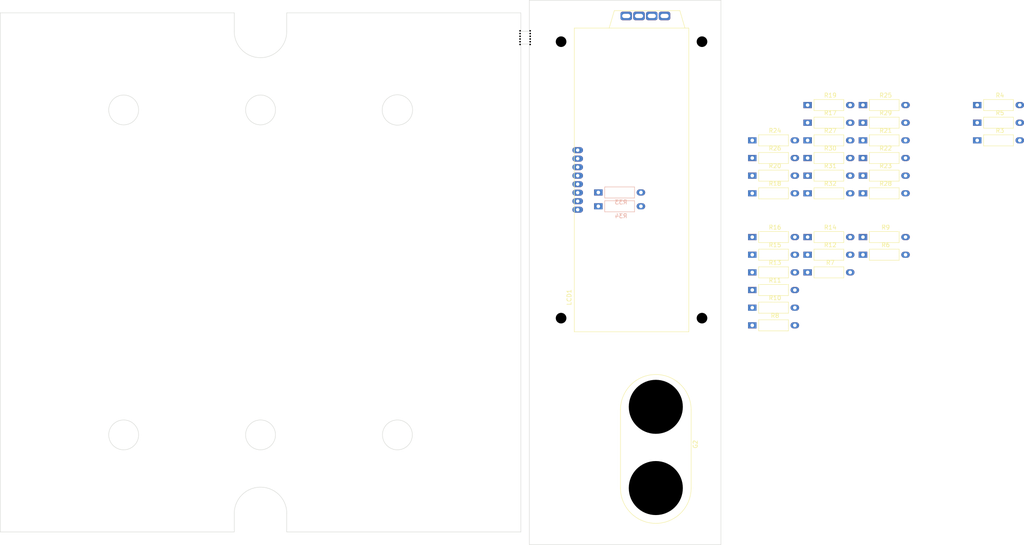
<source format=kicad_pcb>
(kicad_pcb (version 20211014) (generator pcbnew)
  (layers (0 "F.Cu" signal) (31 "B.Cu" signal) (34 "B.Paste" user) (35 "F.Paste" user) (36 "B.SilkS" user "B.Silkscreen") (37 "F.SilkS" user "F.Silkscreen") (38 "B.Mask" user) (39 "F.Mask" user) (44 "Edge.Cuts" user))
  (net 0 "")
  (net 1 "/Interface/DISPLAY_RST")
  (net 2 "/Interface/DISPLAY_SCL")
  (net 3 "/Interface/DISPLAY_SDA")
  (net 4 "GND")
  (net 5 "+3V3")
  (net 6 "/Interface/DISPLAY_VOUT")
  (net 7 "/Interface/DISPLAY_C1+")
  (net 8 "/Interface/DISPLAY_C1-")
  (net 13 "/SwitchingPowerPath/DPOT_CS")
  (net 14 "Net-(R4-Pad1)")
  (net 15 "/SwitchingPowerPath/CHARGE_OSC_CTRL")
  (net 16 "Net-(C12-Pad1)")
  (net 17 "Net-(R10-Pad2)")
  (net 18 "-3V3")
  (net 19 "Net-(R16-Pad2)")
  (net 20 "Net-(ENC1-Pad1)")
  (net 21 "Net-(C13-Pad1)")
  (net 22 "Net-(ENC2-Pad1)")
  (net 23 "Net-(C14-Pad1)")
  (net 24 "Net-(R21-Pad1)")
  (net 25 "Net-(R22-Pad1)")
  (net 26 "Net-(R23-Pad1)")
  (net 27 "Net-(ENC1-Pad3)")
  (net 28 "Net-(ENC2-Pad3)")
  (net 29 "Net-(C15-Pad1)")
  (net 30 "Net-(C16-Pad1)")
  (net 31 "Net-(R28-Pad1)")
  (net 32 "Net-(D2-PadA)")
  (net 33 "+5V")
  (net 34 "Net-(D3-PadA)")
  (net 35 "Net-(D4-PadA)")
  (net 36 "Net-(D5-PadA)")
  (footprint "master-vampire:R_AXIAL_L7mm_D2.6mm_P10mm_Horizontal" (layer "F.Cu") (at 222.66 86.79)
    (fp_text reference "R13" (at 5.334 -2.286) (layer "F.SilkS"))
    (fp_text value "R")
    (fp_line (start 8.5 -1.3) (end 8.5 1.3) (layer "F.SilkS") (width 0.12))
    (fp_line (start 1.5 -1.3) (end 1.5 1.3) (layer "F.SilkS") (width 0.12))
    (fp_line (start 1.5 1.3) (end 8.5 1.3) (layer "F.SilkS") (width 0.12))
    (fp_line (start 1.5 -1.3) (end 8.5 -1.3) (layer "F.SilkS") (width 0.12))
    (pad "1" thru_hole rect (at 0 0) (size 2 1.44) (drill 0.84) (layers *.Cu *.Mask) (net 16 "Net-(C12-Pad1)"))
    (pad "2" thru_hole oval (at 10 0) (size 2 1.44) (drill 0.84) (layers *.Cu *.Mask) (net 17 "Net-(R10-Pad2)"))
  )
  (footprint "master-vampire:R_AXIAL_L7mm_D2.6mm_P10mm_Horizontal" (layer "F.Cu") (at 248.66 64.05)
    (fp_text reference "R23" (at 5.334 -2.286) (layer "F.SilkS"))
    (fp_text value "R")
    (fp_line (start 1.5 1.3) (end 8.5 1.3) (layer "F.SilkS") (width 0.12))
    (fp_line (start 1.5 -1.3) (end 1.5 1.3) (layer "F.SilkS") (width 0.12))
    (fp_line (start 1.5 -1.3) (end 8.5 -1.3) (layer "F.SilkS") (width 0.12))
    (fp_line (start 8.5 -1.3) (end 8.5 1.3) (layer "F.SilkS") (width 0.12))
    (pad "1" thru_hole rect (at 0 0) (size 2 1.44) (drill 0.84) (layers *.Cu *.Mask) (net 26 "Net-(R23-Pad1)"))
    (pad "2" thru_hole oval (at 10 0) (size 2 1.44) (drill 0.84) (layers *.Cu *.Mask) (net 5 "+3V3"))
  )
  (footprint "master-vampire:R_AXIAL_L7mm_D2.6mm_P10mm_Horizontal" (layer "F.Cu") (at 235.66 51.6)
    (fp_text reference "R17" (at 5.334 -2.286) (layer "F.SilkS"))
    (fp_text value "R")
    (fp_line (start 8.5 -1.3) (end 8.5 1.3) (layer "F.SilkS") (width 0.12))
    (fp_line (start 1.5 -1.3) (end 8.5 -1.3) (layer "F.SilkS") (width 0.12))
    (fp_line (start 1.5 -1.3) (end 1.5 1.3) (layer "F.SilkS") (width 0.12))
    (fp_line (start 1.5 1.3) (end 8.5 1.3) (layer "F.SilkS") (width 0.12))
    (pad "1" thru_hole rect (at 0 0) (size 2 1.44) (drill 0.84) (layers *.Cu *.Mask) (net 20 "Net-(ENC1-Pad1)"))
    (pad "2" thru_hole oval (at 10 0) (size 2 1.44) (drill 0.84) (layers *.Cu *.Mask) (net 21 "Net-(C13-Pad1)"))
  )
  (footprint "master-vampire:R_AXIAL_L7mm_D2.6mm_P10mm_Horizontal" (layer "F.Cu") (at 248.66 68.2)
    (fp_text reference "R28" (at 5.334 -2.286) (layer "F.SilkS"))
    (fp_text value "R")
    (fp_line (start 1.5 1.3) (end 8.5 1.3) (layer "F.SilkS") (width 0.12))
    (fp_line (start 8.5 -1.3) (end 8.5 1.3) (layer "F.SilkS") (width 0.12))
    (fp_line (start 1.5 -1.3) (end 1.5 1.3) (layer "F.SilkS") (width 0.12))
    (fp_line (start 1.5 -1.3) (end 8.5 -1.3) (layer "F.SilkS") (width 0.12))
    (pad "1" thru_hole rect (at 0 0) (size 2 1.44) (drill 0.84) (layers *.Cu *.Mask) (net 31 "Net-(R28-Pad1)"))
    (pad "2" thru_hole oval (at 10 0) (size 2 1.44) (drill 0.84) (layers *.Cu *.Mask) (net 5 "+3V3"))
  )
  (footprint "master-vampire:R_AXIAL_L7mm_D2.6mm_P10mm_Horizontal" (layer "F.Cu") (at 222.66 68.2)
    (fp_text reference "R18" (at 5.334 -2.286) (layer "F.SilkS"))
    (fp_text value "R")
    (fp_line (start 1.5 -1.3) (end 8.5 -1.3) (layer "F.SilkS") (width 0.12))
    (fp_line (start 1.5 -1.3) (end 1.5 1.3) (layer "F.SilkS") (width 0.12))
    (fp_line (start 8.5 -1.3) (end 8.5 1.3) (layer "F.SilkS") (width 0.12))
    (fp_line (start 1.5 1.3) (end 8.5 1.3) (layer "F.SilkS") (width 0.12))
    (pad "1" thru_hole rect (at 0 0) (size 2 1.44) (drill 0.84) (layers *.Cu *.Mask) (net 22 "Net-(ENC2-Pad1)"))
    (pad "2" thru_hole oval (at 10 0) (size 2 1.44) (drill 0.84) (layers *.Cu *.Mask) (net 23 "Net-(C14-Pad1)"))
  )
  (footprint "master-vampire:R_AXIAL_L7mm_D2.6mm_P10mm_Horizontal" (layer "F.Cu") (at 248.66 47.45)
    (fp_text reference "R25" (at 5.334 -2.286) (layer "F.SilkS"))
    (fp_text value "R")
    (fp_line (start 8.5 -1.3) (end 8.5 1.3) (layer "F.SilkS") (width 0.12))
    (fp_line (start 1.5 -1.3) (end 8.5 -1.3) (layer "F.SilkS") (width 0.12))
    (fp_line (start 1.5 -1.3) (end 1.5 1.3) (layer "F.SilkS") (width 0.12))
    (fp_line (start 1.5 1.3) (end 8.5 1.3) (layer "F.SilkS") (width 0.12))
    (pad "1" thru_hole rect (at 0 0) (size 2 1.44) (drill 0.84) (layers *.Cu *.Mask) (net 28 "Net-(ENC2-Pad3)"))
    (pad "2" thru_hole oval (at 10 0) (size 2 1.44) (drill 0.84) (layers *.Cu *.Mask) (net 5 "+3V3"))
  )
  (footprint "master-vampire:R_AXIAL_L7mm_D2.6mm_P10mm_Horizontal" (layer "F.Cu") (at 222.66 55.75)
    (fp_text reference "R24" (at 5.334 -2.286) (layer "F.SilkS"))
    (fp_text value "R")
    (fp_line (start 1.5 1.3) (end 8.5 1.3) (layer "F.SilkS") (width 0.12))
    (fp_line (start 8.5 -1.3) (end 8.5 1.3) (layer "F.SilkS") (width 0.12))
    (fp_line (start 1.5 -1.3) (end 1.5 1.3) (layer "F.SilkS") (width 0.12))
    (fp_line (start 1.5 -1.3) (end 8.5 -1.3) (layer "F.SilkS") (width 0.12))
    (pad "1" thru_hole rect (at 0 0) (size 2 1.44) (drill 0.84) (layers *.Cu *.Mask) (net 27 "Net-(ENC1-Pad3)"))
    (pad "2" thru_hole oval (at 10 0) (size 2 1.44) (drill 0.84) (layers *.Cu *.Mask) (net 5 "+3V3"))
  )
  (footprint "master-vampire:R_AXIAL_L7mm_D2.6mm_P10mm_Horizontal" (layer "F.Cu") (at 275.5 51.6)
    (fp_text reference "R5" (at 5.334 -2.286) (layer "F.SilkS"))
    (fp_text value "R")
    (fp_line (start 1.5 -1.3) (end 1.5 1.3) (layer "F.SilkS") (width 0.12))
    (fp_line (start 1.5 -1.3) (end 8.5 -1.3) (layer "F.SilkS") (width 0.12))
    (fp_line (start 1.5 1.3) (end 8.5 1.3) (layer "F.SilkS") (width 0.12))
    (fp_line (start 8.5 -1.3) (end 8.5 1.3) (layer "F.SilkS") (width 0.12))
    (pad "1" thru_hole rect (at 0 0) (size 2 1.44) (drill 0.84) (layers *.Cu *.Mask) (net 14 "Net-(R4-Pad1)"))
    (pad "2" thru_hole oval (at 10 0) (size 2 1.44) (drill 0.84) (layers *.Cu *.Mask) (net 5 "+3V3"))
  )
  (footprint "master-vampire:R_AXIAL_L7mm_D2.6mm_P10mm_Horizontal" (layer "F.Cu") (at 222.66 99.24)
    (fp_text reference "R8" (at 5.334 -2.286) (layer "F.SilkS"))
    (fp_text value "R")
    (fp_line (start 1.5 -1.3) (end 1.5 1.3) (layer "F.SilkS") (width 0.12))
    (fp_line (start 1.5 -1.3) (end 8.5 -1.3) (layer "F.SilkS") (width 0.12))
    (fp_line (start 8.5 -1.3) (end 8.5 1.3) (layer "F.SilkS") (width 0.12))
    (fp_line (start 1.5 1.3) (end 8.5 1.3) (layer "F.SilkS") (width 0.12))
    (pad "1" thru_hole rect (at 0 0) (size 2 1.44) (drill 0.84) (layers *.Cu *.Mask) (net 16 "Net-(C12-Pad1)"))
    (pad "2" thru_hole oval (at 10 0) (size 2 1.44) (drill 0.84) (layers *.Cu *.Mask) (net 17 "Net-(R10-Pad2)"))
  )
  (footprint "master-vampire:R_AXIAL_L7mm_D2.6mm_P10mm_Horizontal" (layer "F.Cu") (at 248.66 55.75)
    (fp_text reference "R21" (at 5.334 -2.286) (layer "F.SilkS"))
    (fp_text value "R")
    (fp_line (start 1.5 1.3) (end 8.5 1.3) (layer "F.SilkS") (width 0.12))
    (fp_line (start 1.5 -1.3) (end 1.5 1.3) (layer "F.SilkS") (width 0.12))
    (fp_line (start 8.5 -1.3) (end 8.5 1.3) (layer "F.SilkS") (width 0.12))
    (fp_line (start 1.5 -1.3) (end 8.5 -1.3) (layer "F.SilkS") (width 0.12))
    (pad "1" thru_hole rect (at 0 0) (size 2 1.44) (drill 0.84) (layers *.Cu *.Mask) (net 24 "Net-(R21-Pad1)"))
    (pad "2" thru_hole oval (at 10 0) (size 2 1.44) (drill 0.84) (layers *.Cu *.Mask) (net 5 "+3V3"))
  )
  (footprint "master-vampire:R_AXIAL_L7mm_D2.6mm_P10mm_Horizontal" (layer "F.Cu") (at 222.66 95.09)
    (fp_text reference "R10" (at 5.334 -2.286) (layer "F.SilkS"))
    (fp_text value "R")
    (fp_line (start 1.5 -1.3) (end 1.5 1.3) (layer "F.SilkS") (width 0.12))
    (fp_line (start 1.5 1.3) (end 8.5 1.3) (layer "F.SilkS") (width 0.12))
    (fp_line (start 1.5 -1.3) (end 8.5 -1.3) (layer "F.SilkS") (width 0.12))
    (fp_line (start 8.5 -1.3) (end 8.5 1.3) (layer "F.SilkS") (width 0.12))
    (pad "1" thru_hole rect (at 0 0) (size 2 1.44) (drill 0.84) (layers *.Cu *.Mask) (net 16 "Net-(C12-Pad1)"))
    (pad "2" thru_hole oval (at 10 0) (size 2 1.44) (drill 0.84) (layers *.Cu *.Mask) (net 17 "Net-(R10-Pad2)"))
  )
  (footprint "master-vampire:R_AXIAL_L7mm_D2.6mm_P10mm_Horizontal" (layer "F.Cu") (at 235.66 82.64)
    (fp_text reference "R12" (at 5.334 -2.286) (layer "F.SilkS"))
    (fp_text value "R")
    (fp_line (start 1.5 1.3) (end 8.5 1.3) (layer "F.SilkS") (width 0.12))
    (fp_line (start 1.5 -1.3) (end 8.5 -1.3) (layer "F.SilkS") (width 0.12))
    (fp_line (start 8.5 -1.3) (end 8.5 1.3) (layer "F.SilkS") (width 0.12))
    (fp_line (start 1.5 -1.3) (end 1.5 1.3) (layer "F.SilkS") (width 0.12))
    (pad "1" thru_hole rect (at 0 0) (size 2 1.44) (drill 0.84) (layers *.Cu *.Mask) (net 16 "Net-(C12-Pad1)"))
    (pad "2" thru_hole oval (at 10 0) (size 2 1.44) (drill 0.84) (layers *.Cu *.Mask) (net 17 "Net-(R10-Pad2)"))
  )
  (footprint "master-vampire:R_AXIAL_L7mm_D2.6mm_P10mm_Horizontal" (layer "F.Cu") (at 248.66 51.6)
    (fp_text reference "R29" (at 5.334 -2.286) (layer "F.SilkS"))
    (fp_text value "R")
    (fp_line (start 1.5 1.3) (end 8.5 1.3) (layer "F.SilkS") (width 0.12))
    (fp_line (start 8.5 -1.3) (end 8.5 1.3) (layer "F.SilkS") (width 0.12))
    (fp_line (start 1.5 -1.3) (end 1.5 1.3) (layer "F.SilkS") (width 0.12))
    (fp_line (start 1.5 -1.3) (end 8.5 -1.3) (layer "F.SilkS") (width 0.12))
    (pad "1" thru_hole rect (at 0 0) (size 2 1.44) (drill 0.84) (layers *.Cu *.Mask) (net 32 "Net-(D2-PadA)"))
    (pad "2" thru_hole oval (at 10 0) (size 2 1.44) (drill 0.84) (layers *.Cu *.Mask) (net 33 "+5V"))
  )
  (footprint "master-vampire:R_AXIAL_L7mm_D2.6mm_P10mm_Horizontal" (layer "F.Cu") (at 235.66 86.79)
    (fp_text reference "R7" (at 5.334 -2.286) (layer "F.SilkS"))
    (fp_text value "R")
    (fp_line (start 1.5 1.3) (end 8.5 1.3) (layer "F.SilkS") (width 0.12))
    (fp_line (start 1.5 -1.3) (end 1.5 1.3) (layer "F.SilkS") (width 0.12))
    (fp_line (start 8.5 -1.3) (end 8.5 1.3) (layer "F.SilkS") (width 0.12))
    (fp_line (start 1.5 -1.3) (end 8.5 -1.3) (layer "F.SilkS") (width 0.12))
    (pad "1" thru_hole rect (at 0 0) (size 2 1.44) (drill 0.84) (layers *.Cu *.Mask) (net 16 "Net-(C12-Pad1)"))
    (pad "2" thru_hole oval (at 10 0) (size 2 1.44) (drill 0.84) (layers *.Cu *.Mask) (net 17 "Net-(R10-Pad2)"))
  )
  (footprint "master-vampire:R_AXIAL_L7mm_D2.6mm_P10mm_Horizontal" (layer "F.Cu") (at 222.66 64.05)
    (fp_text reference "R20" (at 5.334 -2.286) (layer "F.SilkS"))
    (fp_text value "R")
    (fp_line (start 1.5 -1.3) (end 8.5 -1.3) (layer "F.SilkS") (width 0.12))
    (fp_line (start 8.5 -1.3) (end 8.5 1.3) (layer "F.SilkS") (width 0.12))
    (fp_line (start 1.5 -1.3) (end 1.5 1.3) (layer "F.SilkS") (width 0.12))
    (fp_line (start 1.5 1.3) (end 8.5 1.3) (layer "F.SilkS") (width 0.12))
    (pad "1" thru_hole rect (at 0 0) (size 2 1.44) (drill 0.84) (layers *.Cu *.Mask) (net 22 "Net-(ENC2-Pad1)"))
    (pad "2" thru_hole oval (at 10 0) (size 2 1.44) (drill 0.84) (layers *.Cu *.Mask) (net 5 "+3V3"))
  )
  (footprint "master-vampire:R_AXIAL_L7mm_D2.6mm_P10mm_Horizontal" (layer "F.Cu") (at 235.66 47.45)
    (fp_text reference "R19" (at 5.334 -2.286) (layer "F.SilkS"))
    (fp_text value "R")
    (fp_line (start 1.5 -1.3) (end 8.5 -1.3) (layer "F.SilkS") (width 0.12))
    (fp_line (start 1.5 -1.3) (end 1.5 1.3) (layer "F.SilkS") (width 0.12))
    (fp_line (start 1.5 1.3) (end 8.5 1.3) (layer "F.SilkS") (width 0.12))
    (fp_line (start 8.5 -1.3) (end 8.5 1.3) (layer "F.SilkS") (width 0.12))
    (pad "1" thru_hole rect (at 0 0) (size 2 1.44) (drill 0.84) (layers *.Cu *.Mask) (net 20 "Net-(ENC1-Pad1)"))
    (pad "2" thru_hole oval (at 10 0) (size 2 1.44) (drill 0.84) (layers *.Cu *.Mask) (net 5 "+3V3"))
  )
  (footprint "master-vampire:R_AXIAL_L7mm_D2.6mm_P10mm_Horizontal" (layer "F.Cu") (at 222.66 78.49)
    (fp_text reference "R16" (at 5.334 -2.286) (layer "F.SilkS"))
    (fp_text value "R")
    (fp_line (start 1.5 -1.3) (end 1.5 1.3) (layer "F.SilkS") (width 0.12))
    (fp_line (start 8.5 -1.3) (end 8.5 1.3) (layer "F.SilkS") (width 0.12))
    (fp_line (start 1.5 -1.3) (end 8.5 -1.3) (layer "F.SilkS") (width 0.12))
    (fp_line (start 1.5 1.3) (end 8.5 1.3) (layer "F.SilkS") (width 0.12))
    (pad "1" thru_hole rect (at 0 0) (size 2 1.44) (drill 0.84) (layers *.Cu *.Mask) (net 18 "-3V3"))
    (pad "2" thru_hole oval (at 10 0) (size 2 1.44) (drill 0.84) (layers *.Cu *.Mask) (net 19 "Net-(R16-Pad2)"))
  )
  (footprint "master-vampire:MOUSEBITE_3mm_MechApp" (layer "F.Cu") (at 170.49 33.2 180)
    (fp_text reference "REF**" hide)
    (fp_text value "MOUSEBITE_3mm_MechApp" hide)
    (pad "" np_thru_hole circle (at 0 1.92 180) (size 0.38 0.38) (drill 0.38) (layers *.Mask))
    (pad "" np_thru_hole circle (at 0 0.64 180) (size 0.38 0.38) (drill 0.38) (layers *.Mask))
    (pad "" np_thru_hole circle (at 0 2.56 180) (size 0.38 0.38) (drill 0.38) (layers *.Mask))
    (pad "" np_thru_hole circle (at 0 1.28 180) (size 0.38 0.38) (drill 0.38) (layers *.Mask))
    (pad "" np_thru_hole circle (at 0 0 180) (size 0.38 0.38) (drill 0.38) (layers *.Mask))
    (pad "" np_thru_hole circle (at 0 3.2 180) (size 0.38 0.38) (drill 0.38) (layers *.Mask))
  )
  (footprint "master-vampire:R_AXIAL_L7mm_D2.6mm_P10mm_Horizontal" (layer "F.Cu") (at 248.66 59.9)
    (fp_text reference "R22" (at 5.334 -2.286) (layer "F.SilkS"))
    (fp_text value "R")
    (fp_line (start 8.5 -1.3) (end 8.5 1.3) (layer "F.SilkS") (width 0.12))
    (fp_line (start 1.5 -1.3) (end 1.5 1.3) (layer "F.SilkS") (width 0.12))
    (fp_line (start 1.5 -1.3) (end 8.5 -1.3) (layer "F.SilkS") (width 0.12))
    (fp_line (start 1.5 1.3) (end 8.5 1.3) (layer "F.SilkS") (width 0.12))
    (pad "1" thru_hole rect (at 0 0) (size 2 1.44) (drill 0.84) (layers *.Cu *.Mask) (net 25 "Net-(R22-Pad1)"))
    (pad "2" thru_hole oval (at 10 0) (size 2 1.44) (drill 0.84) (layers *.Cu *.Mask) (net 5 "+3V3"))
  )
  (footprint "master-vampire:R_AXIAL_L7mm_D2.6mm_P10mm_Horizontal" (layer "F.Cu") (at 235.66 59.9)
    (fp_text reference "R30" (at 5.334 -2.286) (layer "F.SilkS"))
    (fp_text value "R")
    (fp_line (start 1.5 1.3) (end 8.5 1.3) (layer "F.SilkS") (width 0.12))
    (fp_line (start 1.5 -1.3) (end 1.5 1.3) (layer "F.SilkS") (width 0.12))
    (fp_line (start 1.5 -1.3) (end 8.5 -1.3) (layer "F.SilkS") (width 0.12))
    (fp_line (start 8.5 -1.3) (end 8.5 1.3) (layer "F.SilkS") (width 0.12))
    (pad "1" thru_hole rect (at 0 0) (size 2 1.44) (drill 0.84) (layers *.Cu *.Mask) (net 34 "Net-(D3-PadA)"))
    (pad "2" thru_hole oval (at 10 0) (size 2 1.44) (drill 0.84) (layers *.Cu *.Mask) (net 33 "+5V"))
  )
  (footprint "master-vampire:R_AXIAL_L7mm_D2.6mm_P10mm_Horizontal" (layer "F.Cu") (at 222.66 90.94)
    (fp_text reference "R11" (at 5.334 -2.286) (layer "F.SilkS"))
    (fp_text value "R")
    (fp_line (start 1.5 -1.3) (end 8.5 -1.3) (layer "F.SilkS") (width 0.12))
    (fp_line (start 1.5 1.3) (end 8.5 1.3) (layer "F.SilkS") (width 0.12))
    (fp_line (start 1.5 -1.3) (end 1.5 1.3) (layer "F.SilkS") (width 0.12))
    (fp_line (start 8.5 -1.3) (end 8.5 1.3) (layer "F.SilkS") (width 0.12))
    (pad "1" thru_hole rect (at 0 0) (size 2 1.44) (drill 0.84) (layers *.Cu *.Mask) (net 16 "Net-(C12-Pad1)"))
    (pad "2" thru_hole oval (at 10 0) (size 2 1.44) (drill 0.84) (layers *.Cu *.Mask) (net 17 "Net-(R10-Pad2)"))
  )
  (footprint "master-vampire:R_AXIAL_L7mm_D2.6mm_P10mm_Horizontal" (layer "F.Cu") (at 248.66 78.49)
    (fp_text reference "R9" (at 5.334 -2.286) (layer "F.SilkS"))
    (fp_text value "R")
    (fp_line (start 1.5 -1.3) (end 8.5 -1.3) (layer "F.SilkS") (width 0.12))
    (fp_line (start 1.5 1.3) (end 8.5 1.3) (layer "F.SilkS") (width 0.12))
    (fp_line (start 8.5 -1.3) (end 8.5 1.3) (layer "F.SilkS") (width 0.12))
    (fp_line (start 1.5 -1.3) (end 1.5 1.3) (layer "F.SilkS") (width 0.12))
    (pad "1" thru_hole rect (at 0 0) (size 2 1.44) (drill 0.84) (layers *.Cu *.Mask) (net 16 "Net-(C12-Pad1)"))
    (pad "2" thru_hole oval (at 10 0) (size 2 1.44) (drill 0.84) (layers *.Cu *.Mask) (net 17 "Net-(R10-Pad2)"))
  )
  (footprint "master-vampire:R_AXIAL_L7mm_D2.6mm_P10mm_Horizontal" (layer "F.Cu") (at 235.66 68.2)
    (fp_text reference "R32" (at 5.334 -2.286) (layer "F.SilkS"))
    (fp_text value "R")
    (fp_line (start 1.5 1.3) (end 8.5 1.3) (layer "F.SilkS") (width 0.12))
    (fp_line (start 8.5 -1.3) (end 8.5 1.3) (layer "F.SilkS") (width 0.12))
    (fp_line (start 1.5 -1.3) (end 8.5 -1.3) (layer "F.SilkS") (width 0.12))
    (fp_line (start 1.5 -1.3) (end 1.5 1.3) (layer "F.SilkS") (width 0.12))
    (pad "1" thru_hole rect (at 0 0) (size 2 1.44) (drill 0.84) (layers *.Cu *.Mask) (net 36 "Net-(D5-PadA)"))
    (pad "2" thru_hole oval (at 10 0) (size 2 1.44) (drill 0.84) (layers *.Cu *.Mask) (net 33 "+5V"))
  )
  (footprint "master-vampire:R_AXIAL_L7mm_D2.6mm_P10mm_Horizontal" (layer "F.Cu") (at 222.66 82.64)
    (fp_text reference "R15" (at 5.334 -2.286) (layer "F.SilkS"))
    (fp_text value "R")
    (fp_line (start 1.5 -1.3) (end 8.5 -1.3) (layer "F.SilkS") (width 0.12))
    (fp_line (start 1.5 1.3) (end 8.5 1.3) (layer "F.SilkS") (width 0.12))
    (fp_line (start 8.5 -1.3) (end 8.5 1.3) (layer "F.SilkS") (width 0.12))
    (fp_line (start 1.5 -1.3) (end 1.5 1.3) (layer "F.SilkS") (width 0.12))
    (pad "1" thru_hole rect (at 0 0) (size 2 1.44) (drill 0.84) (layers *.Cu *.Mask) (net 16 "Net-(C12-Pad1)"))
    (pad "2" thru_hole oval (at 10 0) (size 2 1.44) (drill 0.84) (layers *.Cu *.Mask) (net 17 "Net-(R10-Pad2)"))
  )
  (footprint "master-vampire:R_AXIAL_L7mm_D2.6mm_P10mm_Horizontal" (layer "F.Cu") (at 235.66 64.05)
    (fp_text reference "R31" (at 5.334 -2.286) (layer "F.SilkS"))
    (fp_text value "R")
    (fp_line (start 1.5 -1.3) (end 8.5 -1.3) (layer "F.SilkS") (width 0.12))
    (fp_line (start 1.5 1.3) (end 8.5 1.3) (layer "F.SilkS") (width 0.12))
    (fp_line (start 1.5 -1.3) (end 1.5 1.3) (layer "F.SilkS") (width 0.12))
    (fp_line (start 8.5 -1.3) (end 8.5 1.3) (layer "F.SilkS") (width 0.12))
    (pad "1" thru_hole rect (at 0 0) (size 2 1.44) (drill 0.84) (layers *.Cu *.Mask) (net 35 "Net-(D4-PadA)"))
    (pad "2" thru_hole oval (at 10 0) (size 2 1.44) (drill 0.84) (layers *.Cu *.Mask) (net 33 "+5V"))
  )
  (footprint "master-vampire:R_AXIAL_L7mm_D2.6mm_P10mm_Horizontal" (layer "F.Cu") (at 275.5 47.45)
    (fp_text reference "R4" (at 5.334 -2.286) (layer "F.SilkS"))
    (fp_text value "R")
    (fp_line (start 8.5 -1.3) (end 8.5 1.3) (layer "F.SilkS") (width 0.12))
    (fp_line (start 1.5 -1.3) (end 8.5 -1.3) (layer "F.SilkS") (width 0.12))
    (fp_line (start 1.5 -1.3) (end 1.5 1.3) (layer "F.SilkS") (width 0.12))
    (fp_line (start 1.5 1.3) (end 8.5 1.3) (layer "F.SilkS") (width 0.12))
    (pad "1" thru_hole rect (at 0 0) (size 2 1.44) (drill 0.84) (layers *.Cu *.Mask) (net 14 "Net-(R4-Pad1)"))
    (pad "2" thru_hole oval (at 10 0) (size 2 1.44) (drill 0.84) (layers *.Cu *.Mask) (net 15 "/SwitchingPowerPath/CHARGE_OSC_CTRL"))
  )
  (footprint "master-vampire:NHD-C0220BiZ-FSRGB-FBW-3VM" (layer "F.Cu") (at 181.65 72.05 90)
    (fp_text reference "LCD1" (at -20.6 -2 90 unlocked) (layer "F.SilkS"))
    (fp_text value "LCD_NHD-C0220BIZ-FSRGB-FBW-3VM")
    (fp_line (start -28.7 -0.8) (end -28.7 26.1) (layer "F.SilkS") (width 0.12))
    (fp_line (start 42.7 26.1) (end 42.7 -0.8) (layer "F.SilkS") (width 0.12))
    (fp_line (start -28.7 26.1) (end 42.7 26.1) (layer "F.SilkS") (width 0.12))
    (fp_line (start 42.7 -0.8) (end -28.7 -0.8) (layer "F.SilkS") (width 0.12))
    (fp_line (start 42.7 25.2) (end 46.8 24) (layer "F.SilkS") (width 0.12))
    (fp_line (start 46.8 24) (end 46.8 8.6) (layer "F.SilkS") (width 0.12))
    (fp_line (start 46.8 8.6) (end 42.7 7.4) (layer "F.SilkS") (width 0.12))
    (pad "" np_thru_hole circle (at -25.5 29.2 90) (size 2.5 2.5) (drill 2.5) (layers *.Mask))
    (pad "" np_thru_hole circle (at 39.5 -3.9 90) (size 2.5 2.5) (drill 2.5) (layers *.Mask))
    (pad "" np_thru_hole circle (at 39.5 29.2 90) (size 2.5 2.5) (drill 2.5) (layers *.Mask))
    (pad "" np_thru_hole circle (at -25.5 -3.9 90) (size 2.5 2.5) (drill 2.5) (layers *.Mask))
    (pad "1" thru_hole oval (at 0 0 90) (size 1.4 2.5) (drill 0.8) (layers *.Cu *.Mask) (net 1 "/Interface/DISPLAY_RST"))
    (pad "2" thru_hole oval (at 2 0 90) (size 1.4 2.5) (drill 0.8) (layers *.Cu *.Mask) (net 2 "/Interface/DISPLAY_SCL"))
    (pad "3" thru_hole oval (at 4 0 90) (size 1.4 2.5) (drill 0.8) (layers *.Cu *.Mask) (net 3 "/Interface/DISPLAY_SDA"))
    (pad "4" thru_hole oval (at 6 0 90) (size 1.4 2.5) (drill 0.8) (layers *.Cu *.Mask) (net 4 "GND"))
    (pad "5" thru_hole oval (at 8 0 90) (size 1.4 2.5) (drill 0.8) (layers *.Cu *.Mask) (net 5 "+3V3"))
    (pad "6" thru_hole oval (at 10 0 90) (size 1.4 2.5) (drill 0.8) (layers *.Cu *.Mask) (net 6 "/Interface/DISPLAY_VOUT"))
    (pad "7" thru_hole oval (at 12 0 90) (size 1.4 2.5) (drill 0.8) (layers *.Cu *.Mask) (net 7 "/Interface/DISPLAY_C1+"))
    (pad "8" thru_hole oval (at 14 0 90) (size 1.4 2.5) (drill 0.8) (layers *.Cu *.Mask) (net 8 "/Interface/DISPLAY_C1-"))
    (pad "A" thru_hole roundrect (at 45.55 11.4 90) (size 2 2.7) (drill oval 1 1.9) (layers *.Cu *.Mask))
    (pad "BK" thru_hole roundrect (at 45.55 14.4 90) (size 2 2.7) (drill oval 1 1.9) (layers *.Cu *.Mask))
    (pad "GK" thru_hole roundrect (at 45.55 17.4 90) (size 2 2.7) (drill oval 1 1.9) (layers *.Cu *.Mask))
    (pad "RK" thru_hole roundrect (at 45.55 20.4 90) (size 2 2.7) (drill oval 1 1.9) (layers *.Cu *.Mask))
  )
  (footprint "master-vampire:H_BindingPost-Dual" (layer "F.Cu") (at 200 137.5 90)
    (fp_text reference "G2" (at 10.3 9.3 90 unlocked) (layer "F.SilkS"))
    (fp_text value "G")
    (fp_line (start 18.4 8.3) (end 0 8.3) (layer "F.SilkS") (width 0.12))
    (fp_line (start 18.4 -8.3) (end 0 -8.3) (layer "F.SilkS") (width 0.12))
    (fp_arc (start 18.4 -8.3) (mid 26.7 0) (end 18.4 8.3) (layer "F.SilkS") (width 0.12))
    (fp_arc (start 0 8.3) (mid -8.3 0) (end 0 -8.3) (layer "F.SilkS") (width 0.12))
    (pad "" np_thru_hole circle (at 0 0 90) (size 12.7 12.7) (drill 12.7) (layers *.Mask))
    (pad "" np_thru_hole circle (at 19.1 0 90) (size 12.7 12.7) (drill 12.7) (layers *.Mask))
  )
  (footprint "master-vampire:MOUSEBITE_3mm_MechApp" (layer "F.Cu") (at 168.11 30)
    (fp_text reference "REF**" hide)
    (fp_text value "MOUSEBITE_3mm_MechApp" hide)
    (pad "" np_thru_hole circle (at 0 1.28) (size 0.38 0.38) (drill 0.38) (layers *.Mask))
    (pad "" np_thru_hole circle (at 0 3.2) (size 0.38 0.38) (drill 0.38) (layers *.Mask))
    (pad "" np_thru_hole circle (at 0 1.92) (size 0.38 0.38) (drill 0.38) (layers *.Mask))
    (pad "" np_thru_hole circle (at 0 2.56) (size 0.38 0.38) (drill 0.38) (layers *.Mask))
    (pad "" np_thru_hole circle (at 0 0) (size 0.38 0.38) (drill 0.38) (layers *.Mask))
    (pad "" np_thru_hole circle (at 0 0.64) (size 0.38 0.38) (drill 0.38) (layers *.Mask))
  )
  (footprint "master-vampire:R_AXIAL_L7mm_D2.6mm_P10mm_Horizontal" (layer "F.Cu") (at 248.66 82.64)
    (fp_text reference "R6" (at 5.334 -2.286) (layer "F.SilkS"))
    (fp_text value "R")
    (fp_line (start 1.5 -1.3) (end 1.5 1.3) (layer "F.SilkS") (width 0.12))
    (fp_line (start 8.5 -1.3) (end 8.5 1.3) (layer "F.SilkS") (width 0.12))
    (fp_line (start 1.5 -1.3) (end 8.5 -1.3) (layer "F.SilkS") (width 0.12))
    (fp_line (start 1.5 1.3) (end 8.5 1.3) (layer "F.SilkS") (width 0.12))
    (pad "1" thru_hole rect (at 0 0) (size 2 1.44) (drill 0.84) (layers *.Cu *.Mask) (net 16 "Net-(C12-Pad1)"))
    (pad "2" thru_hole oval (at 10 0) (size 2 1.44) (drill 0.84) (layers *.Cu *.Mask) (net 17 "Net-(R10-Pad2)"))
  )
  (footprint "master-vampire:R_AXIAL_L7mm_D2.6mm_P10mm_Horizontal" (layer "F.Cu") (at 235.66 55.75)
    (fp_text reference "R27" (at 5.334 -2.286) (layer "F.SilkS"))
    (fp_text value "R")
    (fp_line (start 1.5 -1.3) (end 1.5 1.3) (layer "F.SilkS") (width 0.12))
    (fp_line (start 1.5 1.3) (end 8.5 1.3) (layer "F.SilkS") (width 0.12))
    (fp_line (start 8.5 -1.3) (end 8.5 1.3) (layer "F.SilkS") (width 0.12))
    (fp_line (start 1.5 -1.3) (end 8.5 -1.3) (layer "F.SilkS") (width 0.12))
    (pad "1" thru_hole rect (at 0 0) (size 2 1.44) (drill 0.84) (layers *.Cu *.Mask) (net 30 "Net-(C16-Pad1)"))
    (pad "2" thru_hole oval (at 10 0) (size 2 1.44) (drill 0.84) (layers *.Cu *.Mask) (net 28 "Net-(ENC2-Pad3)"))
  )
  (footprint "master-vampire:R_AXIAL_L7mm_D2.6mm_P10mm_Horizontal" (layer "F.Cu") (at 235.66 78.49)
    (fp_text reference "R14" (at 5.334 -2.286) (layer "F.SilkS"))
    (fp_text value "R")
    (fp_line (start 8.5 -1.3) (end 8.5 1.3) (layer "F.SilkS") (width 0.12))
    (fp_line (start 1.5 1.3) (end 8.5 1.3) (layer "F.SilkS") (width 0.12))
    (fp_line (start 1.5 -1.3) (end 1.5 1.3) (layer "F.SilkS") (width 0.12))
    (fp_line (start 1.5 -1.3) (end 8.5 -1.3) (layer "F.SilkS") (width 0.12))
    (pad "1" thru_hole rect (at 0 0) (size 2 1.44) (drill 0.84) (layers *.Cu *.Mask) (net 16 "Net-(C12-Pad1)"))
    (pad "2" thru_hole oval (at 10 0) (size 2 1.44) (drill 0.84) (layers *.Cu *.Mask) (net 17 "Net-(R10-Pad2)"))
  )
  (footprint "master-vampire:R_AXIAL_L7mm_D2.6mm_P10mm_Horizontal" (layer "F.Cu") (at 275.5 55.75)
    (fp_text reference "R3" (at 5.334 -2.286) (layer "F.SilkS"))
    (fp_text value "R")
    (fp_line (start 1.5 -1.3) (end 8.5 -1.3) (layer "F.SilkS") (width 0.12))
    (fp_line (start 1.5 -1.3) (end 1.5 1.3) (layer "F.SilkS") (width 0.12))
    (fp_line (start 8.5 -1.3) (end 8.5 1.3) (layer "F.SilkS") (width 0.12))
    (fp_line (start 1.5 1.3) (end 8.5 1.3) (layer "F.SilkS") (width 0.12))
    (pad "1" thru_hole rect (at 0 0) (size 2 1.44) (drill 0.84) (layers *.Cu *.Mask) (net 13 "/SwitchingPowerPath/DPOT_CS"))
    (pad "2" thru_hole oval (at 10 0) (size 2 1.44) (drill 0.84) (layers *.Cu *.Mask) (net 5 "+3V3"))
  )
  (footprint "master-vampire:R_AXIAL_L7mm_D2.6mm_P10mm_Horizontal" (layer "F.Cu") (at 222.66 59.9)
    (fp_text reference "R26" (at 5.334 -2.286) (layer "F.SilkS"))
    (fp_text value "R")
    (fp_line (start 1.5 1.3) (end 8.5 1.3) (layer "F.SilkS") (width 0.12))
    (fp_line (start 8.5 -1.3) (end 8.5 1.3) (layer "F.SilkS") (width 0.12))
    (fp_line (start 1.5 -1.3) (end 1.5 1.3) (layer "F.SilkS") (width 0.12))
    (fp_line (start 1.5 -1.3) (end 8.5 -1.3) (layer "F.SilkS") (width 0.12))
    (pad "1" thru_hole rect (at 0 0) (size 2 1.44) (drill 0.84) (layers *.Cu *.Mask) (net 29 "Net-(C15-Pad1)"))
    (pad "2" thru_hole oval (at 10 0) (size 2 1.44) (drill 0.84) (layers *.Cu *.Mask) (net 27 "Net-(ENC1-Pad3)"))
  )
  (footprint "master-vampire:R_AXIAL_L7mm_D2.6mm_P10mm_Horizontal" (layer "B.Cu") (at 186.5 71.25)
    (fp_text reference "R34" (at 5.334 2.286) (layer "B.SilkS") (effects (justify mirror)))
    (fp_text value "R")
    (fp_line (start 1.5 -1.3) (end 8.5 -1.3) (layer "B.SilkS") (width 0.12))
    (fp_line (start 8.5 1.3) (end 8.5 -1.3) (layer "B.SilkS") (width 0.12))
    (fp_line (start 1.5 1.3) (end 8.5 1.3) (layer "B.SilkS") (width 0.12))
    (fp_line (start 1.5 1.3) (end 1.5 -1.3) (layer "B.SilkS") (width 0.12))
    (pad "1" thru_hole rect (at 0 0) (size 2 1.44) (drill 0.84) (layers *.Cu *.Mask) (net 2 "/Interface/DISPLAY_SCL"))
    (pad "2" thru_hole oval (at 10 0) (size 2 1.44) (drill 0.84) (layers *.Cu *.Mask) (net 5 "+3V3"))
  )
  (footprint "master-vampire:R_AXIAL_L7mm_D2.6mm_P10mm_Horizontal" (layer "B.Cu") (at 186.5 68)
    (fp_text reference "R33" (at 5.334 2.286) (layer "B.SilkS") (effects (justify mirror)))
    (fp_text value "R")
    (fp_line (start 1.5 -1.3) (end 8.5 -1.3) (layer "B.SilkS") (width 0.12))
    (fp_line (start 8.5 1.3) (end 8.5 -1.3) (layer "B.SilkS") (width 0.12))
    (fp_line (start 1.5 1.3) (end 1.5 -1.3) (layer "B.SilkS") (width 0.12))
    (fp_line (start 1.5 1.3) (end 8.5 1.3) (layer "B.SilkS") (width 0.12))
    (pad "1" thru_hole rect (at 0 0) (size 2 1.44) (drill 0.84) (layers *.Cu *.Mask) (net 3 "/Interface/DISPLAY_SDA"))
    (pad "2" thru_hole oval (at 10 0) (size 2 1.44) (drill 0.84) (layers *.Cu *.Mask) (net 5 "+3V3"))
  )
  (gr_arc (start 100.985 143.455) (mid 107.15 137.29) (end 113.315 143.455) (layer "Edge.Cuts") (width 0.1))
  (gr_line (start 46 147.82) (end 46 25.78) (layer "Edge.Cuts") (width 0.1))
  (gr_line (start 100.98 25.78) (end 46 25.78) (layer "Edge.Cuts") (width 0.1))
  (gr_line (start 100.98 25.78) (end 100.975 30.145) (layer "Edge.Cuts") (width 0.1))
  (gr_circle (center 75 48.6) (end 78.51 48.6) (layer "Edge.Cuts") (width 0.1) (fill none))
  (gr_circle (center 107.15 48.6) (end 110.66 48.6) (layer "Edge.Cuts") (width 0.1) (fill none))
  (gr_line (start 168.3 147.82) (end 113.31 147.82) (layer "Edge.Cuts") (width 0.1))
  (gr_line (start 168.3 33.1) (end 170.3 33.1) (layer "Edge.Cuts") (width 0.1))
  (gr_line (start 170.3 150.8) (end 215.3 150.8) (layer "Edge.Cuts") (width 0.1))
  (gr_line (start 170.3 150.8) (end 170.3 33.1) (layer "Edge.Cuts") (width 0.1))
  (gr_line (start 215.3 22.8) (end 215.3 150.8) (layer "Edge.Cuts") (width 0.1))
  (gr_line (start 113.31 25.78) (end 113.305 30.145) (layer "Edge.Cuts") (width 0.1))
  (gr_line (start 100.98 147.82) (end 46 147.82) (layer "Edge.Cuts") (width 0.1))
  (gr_line (start 168.3 25.78) (end 168.3 30.1) (layer "Edge.Cuts") (width 0.1))
  (gr_line (start 168.3 30.1) (end 170.3 30.1) (layer "Edge.Cuts") (width 0.1))
  (gr_arc (start 113.305 30.145) (mid 107.14 36.31) (end 100.975 30.145) (layer "Edge.Cuts") (width 0.1))
  (gr_line (start 113.31 25.78) (end 168.3 25.78) (layer "Edge.Cuts") (width 0.1))
  (gr_line (start 170.3 30.1) (end 170.3 22.8) (layer "Edge.Cuts") (width 0.1))
  (gr_circle (center 75 125) (end 78.51 125) (layer "Edge.Cuts") (width 0.1) (fill none))
  (gr_line (start 168.3 33.1) (end 168.3 147.82) (layer "Edge.Cuts") (width 0.1))
  (gr_circle (center 107.15 125) (end 110.66 125) (layer "Edge.Cuts") (width 0.1) (fill none))
  (gr_circle (center 139.3 48.6) (end 142.87 48.6) (layer "Edge.Cuts") (width 0.1) (fill none))
  (gr_line (start 170.3 22.8) (end 215.3 22.8) (layer "Edge.Cuts") (width 0.1))
  (gr_line (start 100.98 147.82) (end 100.985 143.455) (layer "Edge.Cuts") (width 0.1))
  (gr_line (start 113.31 147.82) (end 113.315 143.455) (layer "Edge.Cuts") (width 0.1))
  (gr_circle (center 139.3 125) (end 142.81 125) (layer "Edge.Cuts") (width 0.1) (fill none))
)
</source>
